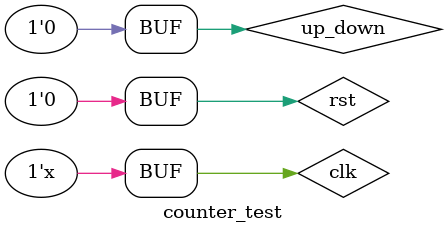
<source format=v>
module counter_test;
reg clk, rst, up_down;
wire [3:0] q;
counter uut(.q(q),.up_down(up_down),.rst(rst),.clk(clk));
initial 
begin
clk=1'b0;
end
always
#10 clk=~clk;
initial
begin
rst=1'b1;
#10 up_down=1'b1; rst=1'b0;
#100 up_down=1'b0; rst=1'b0;
end
endmodule

</source>
